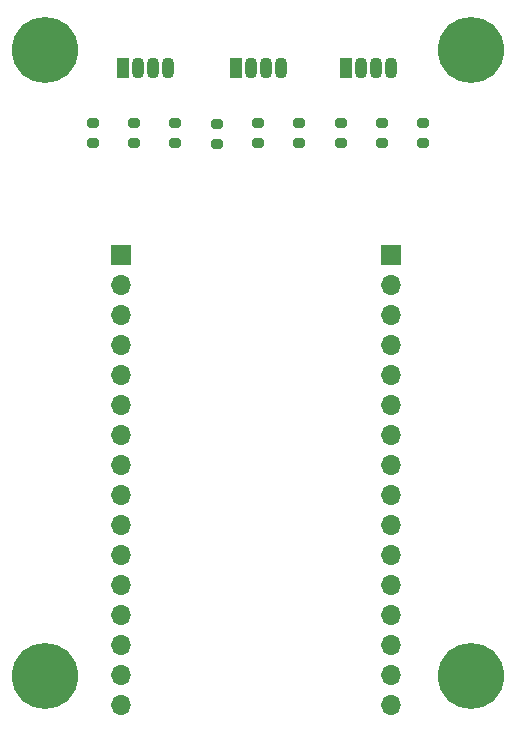
<source format=gbr>
%TF.GenerationSoftware,KiCad,Pcbnew,(6.0.5)*%
%TF.CreationDate,2022-06-18T19:52:53-07:00*%
%TF.ProjectId,garbage-day-indicator,67617262-6167-4652-9d64-61792d696e64,0*%
%TF.SameCoordinates,Original*%
%TF.FileFunction,Soldermask,Top*%
%TF.FilePolarity,Negative*%
%FSLAX46Y46*%
G04 Gerber Fmt 4.6, Leading zero omitted, Abs format (unit mm)*
G04 Created by KiCad (PCBNEW (6.0.5)) date 2022-06-18 19:52:53*
%MOMM*%
%LPD*%
G01*
G04 APERTURE LIST*
G04 Aperture macros list*
%AMRoundRect*
0 Rectangle with rounded corners*
0 $1 Rounding radius*
0 $2 $3 $4 $5 $6 $7 $8 $9 X,Y pos of 4 corners*
0 Add a 4 corners polygon primitive as box body*
4,1,4,$2,$3,$4,$5,$6,$7,$8,$9,$2,$3,0*
0 Add four circle primitives for the rounded corners*
1,1,$1+$1,$2,$3*
1,1,$1+$1,$4,$5*
1,1,$1+$1,$6,$7*
1,1,$1+$1,$8,$9*
0 Add four rect primitives between the rounded corners*
20,1,$1+$1,$2,$3,$4,$5,0*
20,1,$1+$1,$4,$5,$6,$7,0*
20,1,$1+$1,$6,$7,$8,$9,0*
20,1,$1+$1,$8,$9,$2,$3,0*%
G04 Aperture macros list end*
%ADD10RoundRect,0.200000X0.275000X-0.200000X0.275000X0.200000X-0.275000X0.200000X-0.275000X-0.200000X0*%
%ADD11O,1.700000X1.700000*%
%ADD12R,1.700000X1.700000*%
%ADD13C,5.600000*%
%ADD14O,1.070000X1.800000*%
%ADD15R,1.070000X1.800000*%
G04 APERTURE END LIST*
D10*
%TO.C,R9*%
X151000000Y-78175000D03*
X151000000Y-79825000D03*
%TD*%
%TO.C,R8*%
X147500000Y-78175000D03*
X147500000Y-79825000D03*
%TD*%
%TO.C,R7*%
X144000000Y-78175000D03*
X144000000Y-79825000D03*
%TD*%
%TO.C,R6*%
X140500000Y-78175000D03*
X140500000Y-79825000D03*
%TD*%
%TO.C,R5*%
X137000000Y-78175000D03*
X137000000Y-79825000D03*
%TD*%
%TO.C,R4*%
X133500000Y-78262500D03*
X133500000Y-79912500D03*
%TD*%
%TO.C,R3*%
X130000000Y-78175000D03*
X130000000Y-79825000D03*
%TD*%
%TO.C,R2*%
X126500000Y-79825000D03*
X126500000Y-78175000D03*
%TD*%
%TO.C,R1*%
X123000000Y-78175000D03*
X123000000Y-79825000D03*
%TD*%
D11*
%TO.C,J1*%
X125420000Y-127460000D03*
X125420000Y-124920000D03*
X125420000Y-122380000D03*
X125420000Y-119840000D03*
X125420000Y-117300000D03*
X125420000Y-114760000D03*
X125420000Y-112220000D03*
X125420000Y-109680000D03*
X125420000Y-107140000D03*
X125420000Y-104600000D03*
X125420000Y-102060000D03*
X125420000Y-99520000D03*
X125420000Y-96980000D03*
X125420000Y-94440000D03*
X125420000Y-91900000D03*
D12*
X125420000Y-89360000D03*
%TD*%
D13*
%TO.C,H2*%
X155000000Y-72000000D03*
%TD*%
D14*
%TO.C,D2*%
X138910000Y-73500000D03*
X137640000Y-73500000D03*
X136370000Y-73500000D03*
D15*
X135100000Y-73500000D03*
%TD*%
D13*
%TO.C,H4*%
X155000000Y-125000000D03*
%TD*%
D11*
%TO.C,J2*%
X148280000Y-127460000D03*
X148280000Y-124920000D03*
X148280000Y-122380000D03*
X148280000Y-119840000D03*
X148280000Y-117300000D03*
X148280000Y-114760000D03*
X148280000Y-112220000D03*
X148280000Y-109680000D03*
X148280000Y-107140000D03*
X148280000Y-104600000D03*
X148280000Y-102060000D03*
X148280000Y-99520000D03*
X148280000Y-96980000D03*
X148280000Y-94440000D03*
X148280000Y-91900000D03*
D12*
X148280000Y-89360000D03*
%TD*%
D14*
%TO.C,D3*%
X148270000Y-73500000D03*
X147000000Y-73500000D03*
X145730000Y-73500000D03*
D15*
X144460000Y-73500000D03*
%TD*%
D14*
%TO.C,D1*%
X129410000Y-73500000D03*
X128140000Y-73500000D03*
X126870000Y-73500000D03*
D15*
X125600000Y-73500000D03*
%TD*%
D13*
%TO.C,H1*%
X119000000Y-72000000D03*
%TD*%
%TO.C,H3*%
X119000000Y-125000000D03*
%TD*%
M02*

</source>
